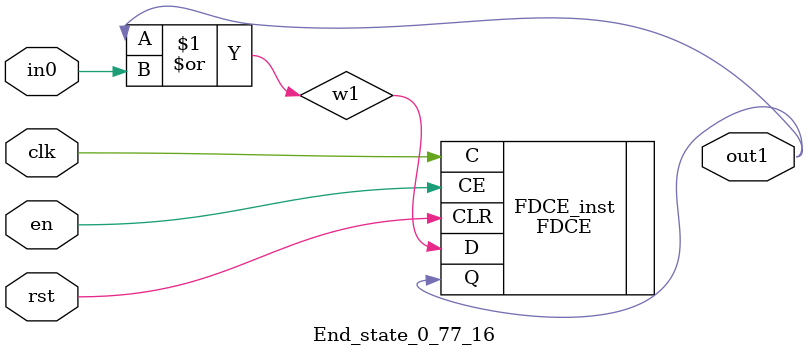
<source format=v>
module engine_0_77(out,clk,sod,en, in_4, in_5, in_6, in_7, in_8, in_12, in_13, in_15, in_19, in_21, in_25, in_29, in_35, in_46);
//pcre: /^\x2Fuploads\x2F\d+\x2Egif/Ui
//block char: O[0], L[0], G[0], I[0], S[0], \x2E[8], \d[5], a[0], d[0], p[0], \x2F[8], u[0], f[0], ^[9], 

	input clk,sod,en;

	input in_4, in_5, in_6, in_7, in_8, in_12, in_13, in_15, in_19, in_21, in_25, in_29, in_35, in_46;
	output out;

	assign w0 = 1'b1;
	state_0_77_1 BlockState_0_77_1 (w1,in_46,clk,en,sod,w0);
	state_0_77_2 BlockState_0_77_2 (w2,in_25,clk,en,sod,w1);
	state_0_77_3 BlockState_0_77_3 (w3,in_29,clk,en,sod,w2);
	state_0_77_4 BlockState_0_77_4 (w4,in_21,clk,en,sod,w3);
	state_0_77_5 BlockState_0_77_5 (w5,in_5,clk,en,sod,w4);
	state_0_77_6 BlockState_0_77_6 (w6,in_4,clk,en,sod,w5);
	state_0_77_7 BlockState_0_77_7 (w7,in_15,clk,en,sod,w6);
	state_0_77_8 BlockState_0_77_8 (w8,in_19,clk,en,sod,w7);
	state_0_77_9 BlockState_0_77_9 (w9,in_8,clk,en,sod,w8);
	state_0_77_10 BlockState_0_77_10 (w10,in_25,clk,en,sod,w9);
	state_0_77_11 BlockState_0_77_11 (w11,in_13,clk,en,sod,w11,w10);
	state_0_77_12 BlockState_0_77_12 (w12,in_12,clk,en,sod,w11);
	state_0_77_13 BlockState_0_77_13 (w13,in_6,clk,en,sod,w12);
	state_0_77_14 BlockState_0_77_14 (w14,in_7,clk,en,sod,w13);
	state_0_77_15 BlockState_0_77_15 (w15,in_35,clk,en,sod,w14);
	End_state_0_77_16 BlockState_0_77_16 (out,clk,en,sod,w15);
endmodule

module state_0_77_1(out1,in_char,clk,en,rst,in0);
	input in_char,clk,en,rst,in0;
	output out1;
	wire w1,w2;
	assign w1 = in0; 
	and(w2,in_char,w1);
	FDCE #(.INIT(1'b0)) FDCE_inst (
		.Q(out1),
		.C(clk),
		.CE(en),
		.CLR(rst),
		.D(w2)
);
endmodule

module state_0_77_2(out1,in_char,clk,en,rst,in0);
	input in_char,clk,en,rst,in0;
	output out1;
	wire w1,w2;
	assign w1 = in0; 
	and(w2,in_char,w1);
	FDCE #(.INIT(1'b0)) FDCE_inst (
		.Q(out1),
		.C(clk),
		.CE(en),
		.CLR(rst),
		.D(w2)
);
endmodule

module state_0_77_3(out1,in_char,clk,en,rst,in0);
	input in_char,clk,en,rst,in0;
	output out1;
	wire w1,w2;
	assign w1 = in0; 
	and(w2,in_char,w1);
	FDCE #(.INIT(1'b0)) FDCE_inst (
		.Q(out1),
		.C(clk),
		.CE(en),
		.CLR(rst),
		.D(w2)
);
endmodule

module state_0_77_4(out1,in_char,clk,en,rst,in0);
	input in_char,clk,en,rst,in0;
	output out1;
	wire w1,w2;
	assign w1 = in0; 
	and(w2,in_char,w1);
	FDCE #(.INIT(1'b0)) FDCE_inst (
		.Q(out1),
		.C(clk),
		.CE(en),
		.CLR(rst),
		.D(w2)
);
endmodule

module state_0_77_5(out1,in_char,clk,en,rst,in0);
	input in_char,clk,en,rst,in0;
	output out1;
	wire w1,w2;
	assign w1 = in0; 
	and(w2,in_char,w1);
	FDCE #(.INIT(1'b0)) FDCE_inst (
		.Q(out1),
		.C(clk),
		.CE(en),
		.CLR(rst),
		.D(w2)
);
endmodule

module state_0_77_6(out1,in_char,clk,en,rst,in0);
	input in_char,clk,en,rst,in0;
	output out1;
	wire w1,w2;
	assign w1 = in0; 
	and(w2,in_char,w1);
	FDCE #(.INIT(1'b0)) FDCE_inst (
		.Q(out1),
		.C(clk),
		.CE(en),
		.CLR(rst),
		.D(w2)
);
endmodule

module state_0_77_7(out1,in_char,clk,en,rst,in0);
	input in_char,clk,en,rst,in0;
	output out1;
	wire w1,w2;
	assign w1 = in0; 
	and(w2,in_char,w1);
	FDCE #(.INIT(1'b0)) FDCE_inst (
		.Q(out1),
		.C(clk),
		.CE(en),
		.CLR(rst),
		.D(w2)
);
endmodule

module state_0_77_8(out1,in_char,clk,en,rst,in0);
	input in_char,clk,en,rst,in0;
	output out1;
	wire w1,w2;
	assign w1 = in0; 
	and(w2,in_char,w1);
	FDCE #(.INIT(1'b0)) FDCE_inst (
		.Q(out1),
		.C(clk),
		.CE(en),
		.CLR(rst),
		.D(w2)
);
endmodule

module state_0_77_9(out1,in_char,clk,en,rst,in0);
	input in_char,clk,en,rst,in0;
	output out1;
	wire w1,w2;
	assign w1 = in0; 
	and(w2,in_char,w1);
	FDCE #(.INIT(1'b0)) FDCE_inst (
		.Q(out1),
		.C(clk),
		.CE(en),
		.CLR(rst),
		.D(w2)
);
endmodule

module state_0_77_10(out1,in_char,clk,en,rst,in0);
	input in_char,clk,en,rst,in0;
	output out1;
	wire w1,w2;
	assign w1 = in0; 
	and(w2,in_char,w1);
	FDCE #(.INIT(1'b0)) FDCE_inst (
		.Q(out1),
		.C(clk),
		.CE(en),
		.CLR(rst),
		.D(w2)
);
endmodule

module state_0_77_11(out1,in_char,clk,en,rst,in0,in1);
	input in_char,clk,en,rst,in0,in1;
	output out1;
	wire w1,w2;
	or(w1,in0,in1);
	and(w2,in_char,w1);
	FDCE #(.INIT(1'b0)) FDCE_inst (
		.Q(out1),
		.C(clk),
		.CE(en),
		.CLR(rst),
		.D(w2)
);
endmodule

module state_0_77_12(out1,in_char,clk,en,rst,in0);
	input in_char,clk,en,rst,in0;
	output out1;
	wire w1,w2;
	assign w1 = in0; 
	and(w2,in_char,w1);
	FDCE #(.INIT(1'b0)) FDCE_inst (
		.Q(out1),
		.C(clk),
		.CE(en),
		.CLR(rst),
		.D(w2)
);
endmodule

module state_0_77_13(out1,in_char,clk,en,rst,in0);
	input in_char,clk,en,rst,in0;
	output out1;
	wire w1,w2;
	assign w1 = in0; 
	and(w2,in_char,w1);
	FDCE #(.INIT(1'b0)) FDCE_inst (
		.Q(out1),
		.C(clk),
		.CE(en),
		.CLR(rst),
		.D(w2)
);
endmodule

module state_0_77_14(out1,in_char,clk,en,rst,in0);
	input in_char,clk,en,rst,in0;
	output out1;
	wire w1,w2;
	assign w1 = in0; 
	and(w2,in_char,w1);
	FDCE #(.INIT(1'b0)) FDCE_inst (
		.Q(out1),
		.C(clk),
		.CE(en),
		.CLR(rst),
		.D(w2)
);
endmodule

module state_0_77_15(out1,in_char,clk,en,rst,in0);
	input in_char,clk,en,rst,in0;
	output out1;
	wire w1,w2;
	assign w1 = in0; 
	and(w2,in_char,w1);
	FDCE #(.INIT(1'b0)) FDCE_inst (
		.Q(out1),
		.C(clk),
		.CE(en),
		.CLR(rst),
		.D(w2)
);
endmodule

module End_state_0_77_16(out1,clk,en,rst,in0);
	input clk,rst,en,in0;
	output out1;
	wire w1;
	or(w1,out1,in0);
	FDCE #(.INIT(1'b0)) FDCE_inst (
		.Q(out1),
		.C(clk),
		.CE(en),
		.CLR(rst),
		.D(w1)
);
endmodule


</source>
